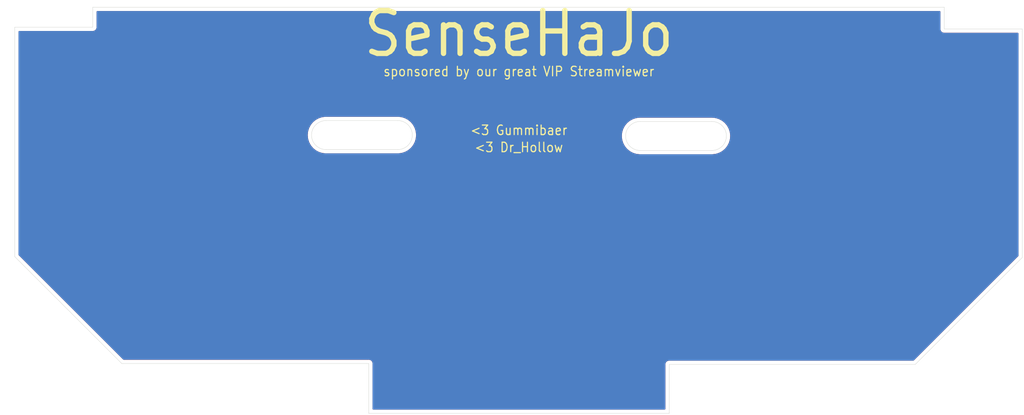
<source format=kicad_pcb>
(kicad_pcb (version 20171130) (host pcbnew "(5.1.5)-3")
  (layers (0 F.Cu signal) (31 B.Cu signal) (34 B.Paste user) (35 F.Paste user) (36 B.SilkS user) (37 F.SilkS user) (38 B.Mask user) (39 F.Mask user) (44 Edge.Cuts user))
  (net 0 "")
  (gr_line (start 120.65 40.386) (end 110.617 40.386) (layer Edge.Cuts) (width 0.05))
  (gr_arc (start 120.65 38.354) (end 120.65 40.386) (angle -180) (layer Edge.Cuts) (width 0.05))
  (gr_line (start 110.617 36.322) (end 120.65 36.322) (layer Edge.Cuts) (width 0.05))
  (gr_arc (start 110.617 38.354) (end 110.617 36.322) (angle -180) (layer Edge.Cuts) (width 0.05))
  (gr_line (start 76.708 40.259) (end 66.675 40.259) (layer Edge.Cuts) (width 0.05))
  (gr_line (start 66.675 36.195) (end 76.708 36.195) (layer Edge.Cuts) (width 0.05))
  (gr_arc (start 76.708 38.227) (end 76.708 40.259) (angle -180) (layer Edge.Cuts) (width 0.05))
  (gr_arc (start 66.675 38.227) (end 66.675 36.195) (angle -180) (layer Edge.Cuts) (width 0.05))
  (gr_line (start 23.114 55.245) (end 23.114 23.114) (layer Edge.Cuts) (width 0.05))
  (gr_line (start 38.1 70.231) (end 23.114 55.245) (layer Edge.Cuts) (width 0.05))
  (gr_line (start 72.644 70.231) (end 38.1 70.231) (layer Edge.Cuts) (width 0.05))
  (gr_line (start 72.644 77.216) (end 72.644 70.231) (layer Edge.Cuts) (width 0.05))
  (gr_line (start 114.681 77.216) (end 72.644 77.216) (layer Edge.Cuts) (width 0.05))
  (gr_line (start 114.681 70.358) (end 114.681 77.216) (layer Edge.Cuts) (width 0.05))
  (gr_text "<3 Gummibaer" (at 93.65 36.77) (layer F.SilkS) (effects (font (size 1.333 1.1997) (thickness 0.166625)) (justify top)))
  (gr_text "sponsored by our great VIP Streamviewer" (at 93.65 30.099) (layer F.SilkS) (effects (font (size 1.333 1.1997) (thickness 0.166625)) (justify bottom)))
  (gr_text "<3 Dr_Hollow" (at 93.65 39.17) (layer F.SilkS) (effects (font (size 1.333 1.1997) (thickness 0.166625)) (justify top)))
  (gr_text SenseHaJo (at 93.65 27.559) (layer F.SilkS) (effects (font (size 6 5.4) (thickness 0.75)) (justify bottom)))
  (gr_line (start 153.162 20.32) (end 153.162 23.368) (layer Edge.Cuts) (width 0.05))
  (gr_line (start 34.036 23.114) (end 34.036 20.32) (layer Edge.Cuts) (width 0.05))
  (gr_line (start 164.084 23.368) (end 164.084 55.372) (layer Edge.Cuts) (width 0.05))
  (gr_line (start 23.114 23.114) (end 34.036 23.114) (layer Edge.Cuts) (width 0.05))
  (gr_line (start 164.084 55.372) (end 149.098 70.358) (layer Edge.Cuts) (width 0.05))
  (gr_line (start 153.162 23.368) (end 164.084 23.368) (layer Edge.Cuts) (width 0.05))
  (gr_line (start 34.036 20.32) (end 153.162 20.32) (layer Edge.Cuts) (width 0.05))
  (gr_line (start 149.098 70.358) (end 114.681 70.358) (layer Edge.Cuts) (width 0.05))
  (zone (net 0) (net_name "") (layer F.Cu) (connect_pads (clearance 0.508)) (min_thickness 0.254) (fill yes (arc_segments 32) (thermal_gap 0.508) (thermal_bridge_width 0.508))
    (polygon (pts (xy 153.162 23.241) (xy 164.084 23.241) (xy 164.211 55.245) (xy 149.225 70.231) (xy 114.681 70.231) (xy 114.681 77.343) (xy 72.644 77.343) (xy 72.644 70.358) (xy 38.227 70.358) (xy 23.114 55.245) (xy 23.114 22.987) (xy 34.163 22.987) (xy 34.163 20.32) (xy 153.162 20.32)))
  )
  (zone (net 0) (net_name "") (layer B.Cu) (connect_pads (clearance 0.508)) (min_thickness 0.254) (fill yes (arc_segments 32) (thermal_gap 0.508) (thermal_bridge_width 0.508))
    (polygon (pts (xy 153.162 23.241) (xy 164.211 23.241) (xy 164.211 55.245) (xy 149.225 70.231) (xy 114.681 70.231) (xy 114.681 77.216) (xy 72.644 77.216) (xy 72.644 70.231) (xy 38.227 70.231) (xy 23.114 55.245) (xy 23.114 22.987) (xy 34.163 22.987) (xy 34.163 20.32) (xy 153.162 20.32)))
  )
)
</source>
